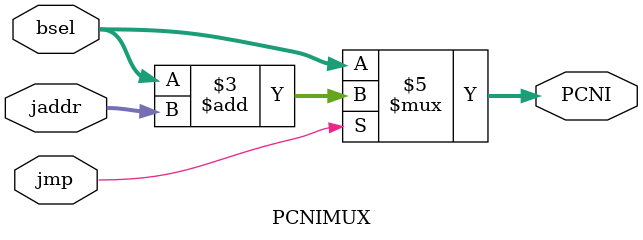
<source format=v>
/*
* 	Nathan Chinn
* 	Minion CPU - NanoQuarter
*
*	Module:  PC Next Instruction Mux
*	Inputs:  jump addr, jump, Branch Sel
*	Outputs: PC next instruction
*	
*/

module PCNIMUX(	input[7:0]		jaddr,  // Jump address
		input[31:0]		bsel,	// Program Counter from Branch Selection
		input			jmp,	// Jump Flag
		output reg[31:0]	PCNI	// Next Instruction Program Counter	
	  );

	always @(*)
	begin
		if (jmp == 1)
			PCNI = bsel + jaddr;	
		else
			PCNI = bsel;
	end
endmodule

</source>
